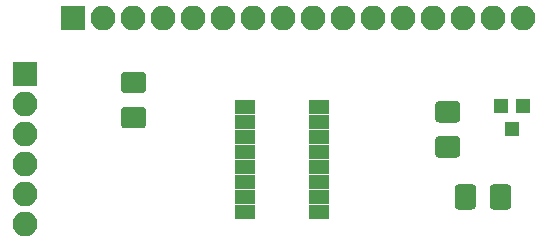
<source format=gbr>
G04 #@! TF.GenerationSoftware,KiCad,Pcbnew,(5.1.6)-1*
G04 #@! TF.CreationDate,2020-10-13T23:31:01+05:30*
G04 #@! TF.ProjectId,SerialShiftLCD,53657269-616c-4536-9869-66744c43442e,rev?*
G04 #@! TF.SameCoordinates,Original*
G04 #@! TF.FileFunction,Soldermask,Top*
G04 #@! TF.FilePolarity,Negative*
%FSLAX46Y46*%
G04 Gerber Fmt 4.6, Leading zero omitted, Abs format (unit mm)*
G04 Created by KiCad (PCBNEW (5.1.6)-1) date 2020-10-13 23:31:01*
%MOMM*%
%LPD*%
G01*
G04 APERTURE LIST*
%ADD10R,2.100000X2.100000*%
%ADD11O,2.100000X2.100000*%
%ADD12R,1.200000X1.300000*%
%ADD13R,1.700000X1.200000*%
G04 APERTURE END LIST*
D10*
X129857500Y-38227000D03*
D11*
X129857500Y-40767000D03*
X129857500Y-43307000D03*
X129857500Y-45847000D03*
X129857500Y-48387000D03*
X129857500Y-50927000D03*
D10*
X133921500Y-33528000D03*
D11*
X136461500Y-33528000D03*
X139001500Y-33528000D03*
X141541500Y-33528000D03*
X144081500Y-33528000D03*
X146621500Y-33528000D03*
X149161500Y-33528000D03*
X151701500Y-33528000D03*
X154241500Y-33528000D03*
X156781500Y-33528000D03*
X159321500Y-33528000D03*
X161861500Y-33528000D03*
X164401500Y-33528000D03*
X166941500Y-33528000D03*
X169481500Y-33528000D03*
X172021500Y-33528000D03*
D12*
X172019000Y-40910000D03*
X170119000Y-40910000D03*
X171069000Y-42910000D03*
G36*
G01*
X138246676Y-38049500D02*
X139756324Y-38049500D01*
G75*
G02*
X140076500Y-38369676I0J-320176D01*
G01*
X140076500Y-39554324D01*
G75*
G02*
X139756324Y-39874500I-320176J0D01*
G01*
X138246676Y-39874500D01*
G75*
G02*
X137926500Y-39554324I0J320176D01*
G01*
X137926500Y-38369676D01*
G75*
G02*
X138246676Y-38049500I320176J0D01*
G01*
G37*
G36*
G01*
X138246676Y-41024500D02*
X139756324Y-41024500D01*
G75*
G02*
X140076500Y-41344676I0J-320176D01*
G01*
X140076500Y-42529324D01*
G75*
G02*
X139756324Y-42849500I-320176J0D01*
G01*
X138246676Y-42849500D01*
G75*
G02*
X137926500Y-42529324I0J320176D01*
G01*
X137926500Y-41344676D01*
G75*
G02*
X138246676Y-41024500I320176J0D01*
G01*
G37*
G36*
G01*
X164853176Y-43501000D02*
X166362824Y-43501000D01*
G75*
G02*
X166683000Y-43821176I0J-320176D01*
G01*
X166683000Y-45005824D01*
G75*
G02*
X166362824Y-45326000I-320176J0D01*
G01*
X164853176Y-45326000D01*
G75*
G02*
X164533000Y-45005824I0J320176D01*
G01*
X164533000Y-43821176D01*
G75*
G02*
X164853176Y-43501000I320176J0D01*
G01*
G37*
G36*
G01*
X164853176Y-40526000D02*
X166362824Y-40526000D01*
G75*
G02*
X166683000Y-40846176I0J-320176D01*
G01*
X166683000Y-42030824D01*
G75*
G02*
X166362824Y-42351000I-320176J0D01*
G01*
X164853176Y-42351000D01*
G75*
G02*
X164533000Y-42030824I0J320176D01*
G01*
X164533000Y-40846176D01*
G75*
G02*
X164853176Y-40526000I320176J0D01*
G01*
G37*
G36*
G01*
X170992500Y-47886176D02*
X170992500Y-49395824D01*
G75*
G02*
X170672324Y-49716000I-320176J0D01*
G01*
X169487676Y-49716000D01*
G75*
G02*
X169167500Y-49395824I0J320176D01*
G01*
X169167500Y-47886176D01*
G75*
G02*
X169487676Y-47566000I320176J0D01*
G01*
X170672324Y-47566000D01*
G75*
G02*
X170992500Y-47886176I0J-320176D01*
G01*
G37*
G36*
G01*
X168017500Y-47886176D02*
X168017500Y-49395824D01*
G75*
G02*
X167697324Y-49716000I-320176J0D01*
G01*
X166512676Y-49716000D01*
G75*
G02*
X166192500Y-49395824I0J320176D01*
G01*
X166192500Y-47886176D01*
G75*
G02*
X166512676Y-47566000I320176J0D01*
G01*
X167697324Y-47566000D01*
G75*
G02*
X168017500Y-47886176I0J-320176D01*
G01*
G37*
D13*
X154724500Y-49916000D03*
X154724500Y-48636000D03*
X154724500Y-47376000D03*
X154724500Y-46106000D03*
X154724500Y-44826000D03*
X154724500Y-43556000D03*
X154724500Y-42296000D03*
X154724500Y-41016000D03*
X148424500Y-41016000D03*
X148424500Y-42296000D03*
X148424500Y-43556000D03*
X148424500Y-44826000D03*
X148424500Y-46106000D03*
X148424500Y-47376000D03*
X148424500Y-48636000D03*
X148424500Y-49916000D03*
M02*

</source>
